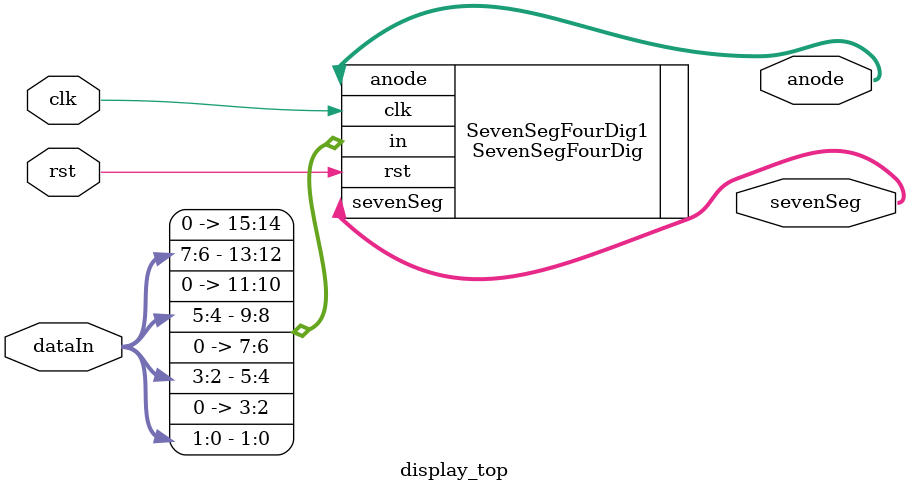
<source format=v>
`timescale 1ns / 1ps

module display_top(clk, rst, dataIn, sevenSeg, anode);
input rst,clk;
input [7:0] dataIn;
output [7:0] sevenSeg;
output [3:0] anode;

SevenSegFourDig SevenSegFourDig1(.clk(clk), .rst(rst), .in({2'b00, dataIn[7:6], 2'b00, dataIn[5:4], 2'b00, dataIn[3:2], 2'b00, dataIn[1:0]}), 
.sevenSeg(sevenSeg), .anode(anode));

endmodule

</source>
